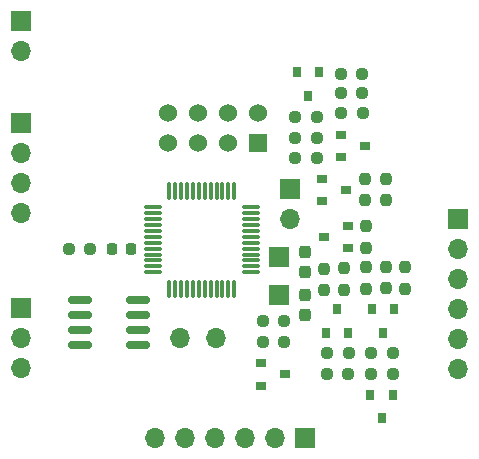
<source format=gts>
G04 #@! TF.GenerationSoftware,KiCad,Pcbnew,7.0.11-2.fc39*
G04 #@! TF.CreationDate,2024-05-22T12:02:30+02:00*
G04 #@! TF.ProjectId,home_automation_module_std,686f6d65-5f61-4757-946f-6d6174696f6e,1.0*
G04 #@! TF.SameCoordinates,Original*
G04 #@! TF.FileFunction,Soldermask,Top*
G04 #@! TF.FilePolarity,Negative*
%FSLAX46Y46*%
G04 Gerber Fmt 4.6, Leading zero omitted, Abs format (unit mm)*
G04 Created by KiCad (PCBNEW 7.0.11-2.fc39) date 2024-05-22 12:02:30*
%MOMM*%
%LPD*%
G01*
G04 APERTURE LIST*
G04 Aperture macros list*
%AMRoundRect*
0 Rectangle with rounded corners*
0 $1 Rounding radius*
0 $2 $3 $4 $5 $6 $7 $8 $9 X,Y pos of 4 corners*
0 Add a 4 corners polygon primitive as box body*
4,1,4,$2,$3,$4,$5,$6,$7,$8,$9,$2,$3,0*
0 Add four circle primitives for the rounded corners*
1,1,$1+$1,$2,$3*
1,1,$1+$1,$4,$5*
1,1,$1+$1,$6,$7*
1,1,$1+$1,$8,$9*
0 Add four rect primitives between the rounded corners*
20,1,$1+$1,$2,$3,$4,$5,0*
20,1,$1+$1,$4,$5,$6,$7,0*
20,1,$1+$1,$6,$7,$8,$9,0*
20,1,$1+$1,$8,$9,$2,$3,0*%
G04 Aperture macros list end*
%ADD10RoundRect,0.237500X0.250000X0.237500X-0.250000X0.237500X-0.250000X-0.237500X0.250000X-0.237500X0*%
%ADD11R,0.900000X0.800000*%
%ADD12R,1.700000X1.700000*%
%ADD13O,1.700000X1.700000*%
%ADD14RoundRect,0.237500X-0.250000X-0.237500X0.250000X-0.237500X0.250000X0.237500X-0.250000X0.237500X0*%
%ADD15RoundRect,0.150000X0.825000X0.150000X-0.825000X0.150000X-0.825000X-0.150000X0.825000X-0.150000X0*%
%ADD16RoundRect,0.237500X0.237500X-0.250000X0.237500X0.250000X-0.237500X0.250000X-0.237500X-0.250000X0*%
%ADD17RoundRect,0.237500X-0.237500X0.300000X-0.237500X-0.300000X0.237500X-0.300000X0.237500X0.300000X0*%
%ADD18R,0.800000X0.900000*%
%ADD19RoundRect,0.237500X-0.237500X0.250000X-0.237500X-0.250000X0.237500X-0.250000X0.237500X0.250000X0*%
%ADD20R,1.800000X1.750000*%
%ADD21RoundRect,0.075000X0.662500X0.075000X-0.662500X0.075000X-0.662500X-0.075000X0.662500X-0.075000X0*%
%ADD22RoundRect,0.075000X0.075000X0.662500X-0.075000X0.662500X-0.075000X-0.662500X0.075000X-0.662500X0*%
%ADD23RoundRect,0.218750X0.218750X0.256250X-0.218750X0.256250X-0.218750X-0.256250X0.218750X-0.256250X0*%
%ADD24R,1.524000X1.524000*%
%ADD25C,1.524000*%
G04 APERTURE END LIST*
D10*
X108585000Y-61087000D03*
X106760000Y-61087000D03*
D11*
X103886000Y-78491000D03*
X103886000Y-80391000D03*
X105886000Y-79441000D03*
D12*
X120523000Y-66294000D03*
D13*
X120523000Y-68834000D03*
X120523000Y-71374000D03*
X120523000Y-73914000D03*
X120523000Y-76454000D03*
X120523000Y-78994000D03*
D12*
X107569000Y-84836000D03*
D13*
X105029000Y-84836000D03*
X102489000Y-84836000D03*
X99949000Y-84836000D03*
X97409000Y-84836000D03*
X94869000Y-84836000D03*
D11*
X111220000Y-68768000D03*
X111220000Y-66868000D03*
X109220000Y-67818000D03*
D14*
X110593500Y-55626000D03*
X112418500Y-55626000D03*
D15*
X93472000Y-76962000D03*
X93472000Y-75692000D03*
X93472000Y-74422000D03*
X93472000Y-73152000D03*
X88522000Y-73152000D03*
X88522000Y-74422000D03*
X88522000Y-75692000D03*
X88522000Y-76962000D03*
D14*
X87583000Y-68834000D03*
X89408000Y-68834000D03*
D16*
X112776000Y-68730500D03*
X112776000Y-66905500D03*
D17*
X107569000Y-72697000D03*
X107569000Y-74422000D03*
D14*
X113157000Y-77597000D03*
X114982000Y-77597000D03*
D18*
X108773000Y-53880000D03*
X106873000Y-53880000D03*
X107823000Y-55880000D03*
D13*
X100076000Y-76327000D03*
D12*
X83566000Y-73787000D03*
D13*
X83566000Y-76327000D03*
X83566000Y-78867000D03*
D18*
X115012000Y-81169000D03*
X113112000Y-81169000D03*
X114062000Y-83169000D03*
D19*
X114427000Y-70334500D03*
X114427000Y-72159500D03*
X110871000Y-70461500D03*
X110871000Y-72286500D03*
X109220000Y-70485000D03*
X109220000Y-72310000D03*
D16*
X112776000Y-72183000D03*
X112776000Y-70358000D03*
D19*
X116078000Y-70358000D03*
X116078000Y-72183000D03*
D12*
X83566000Y-58166000D03*
D13*
X83566000Y-60706000D03*
X83566000Y-63246000D03*
X83566000Y-65786000D03*
D11*
X110617000Y-59182000D03*
X110617000Y-61082000D03*
X112617000Y-60132000D03*
D10*
X105814500Y-74930000D03*
X103989500Y-74930000D03*
X112442000Y-57277000D03*
X110617000Y-57277000D03*
X105814500Y-76708000D03*
X103989500Y-76708000D03*
D13*
X97028000Y-76327000D03*
D17*
X107569000Y-69088000D03*
X107569000Y-70813000D03*
D18*
X109352000Y-75946000D03*
X111252000Y-75946000D03*
X110302000Y-73946000D03*
D12*
X106299000Y-63749000D03*
D13*
X106299000Y-66289000D03*
D14*
X113157000Y-79375000D03*
X114982000Y-79375000D03*
D10*
X112418500Y-53975000D03*
X110593500Y-53975000D03*
D20*
X105410000Y-69469000D03*
X105410000Y-72719000D03*
D11*
X109043000Y-62865000D03*
X109043000Y-64765000D03*
X111043000Y-63815000D03*
D14*
X106760000Y-59436000D03*
X108585000Y-59436000D03*
D10*
X111252000Y-79375000D03*
X109427000Y-79375000D03*
D12*
X83566000Y-49530000D03*
D13*
X83566000Y-52070000D03*
D21*
X102997000Y-70802000D03*
X102997000Y-70302000D03*
X102997000Y-69802000D03*
X102997000Y-69302000D03*
X102997000Y-68802000D03*
X102997000Y-68302000D03*
X102997000Y-67802000D03*
X102997000Y-67302000D03*
X102997000Y-66802000D03*
X102997000Y-66302000D03*
X102997000Y-65802000D03*
X102997000Y-65302000D03*
D22*
X101584500Y-63889500D03*
X101084500Y-63889500D03*
X100584500Y-63889500D03*
X100084500Y-63889500D03*
X99584500Y-63889500D03*
X99084500Y-63889500D03*
X98584500Y-63889500D03*
X98084500Y-63889500D03*
X97584500Y-63889500D03*
X97084500Y-63889500D03*
X96584500Y-63889500D03*
X96084500Y-63889500D03*
D21*
X94672000Y-65302000D03*
X94672000Y-65802000D03*
X94672000Y-66302000D03*
X94672000Y-66802000D03*
X94672000Y-67302000D03*
X94672000Y-67802000D03*
X94672000Y-68302000D03*
X94672000Y-68802000D03*
X94672000Y-69302000D03*
X94672000Y-69802000D03*
X94672000Y-70302000D03*
X94672000Y-70802000D03*
D22*
X96084500Y-72214500D03*
X96584500Y-72214500D03*
X97084500Y-72214500D03*
X97584500Y-72214500D03*
X98084500Y-72214500D03*
X98584500Y-72214500D03*
X99084500Y-72214500D03*
X99584500Y-72214500D03*
X100084500Y-72214500D03*
X100584500Y-72214500D03*
X101084500Y-72214500D03*
X101584500Y-72214500D03*
D18*
X115123000Y-73946000D03*
X113223000Y-73946000D03*
X114173000Y-75946000D03*
D19*
X112649000Y-62865000D03*
X112649000Y-64690000D03*
X114427000Y-62865000D03*
X114427000Y-64690000D03*
D10*
X111275500Y-77597000D03*
X109450500Y-77597000D03*
D14*
X106760000Y-57658000D03*
X108585000Y-57658000D03*
D23*
X92837000Y-68834000D03*
X91262000Y-68834000D03*
D24*
X103632000Y-59817000D03*
D25*
X103632000Y-57277000D03*
X101092000Y-59817000D03*
X101092000Y-57277000D03*
X98552000Y-59817000D03*
X98552000Y-57277000D03*
X96012000Y-59817000D03*
X96012000Y-57277000D03*
M02*

</source>
